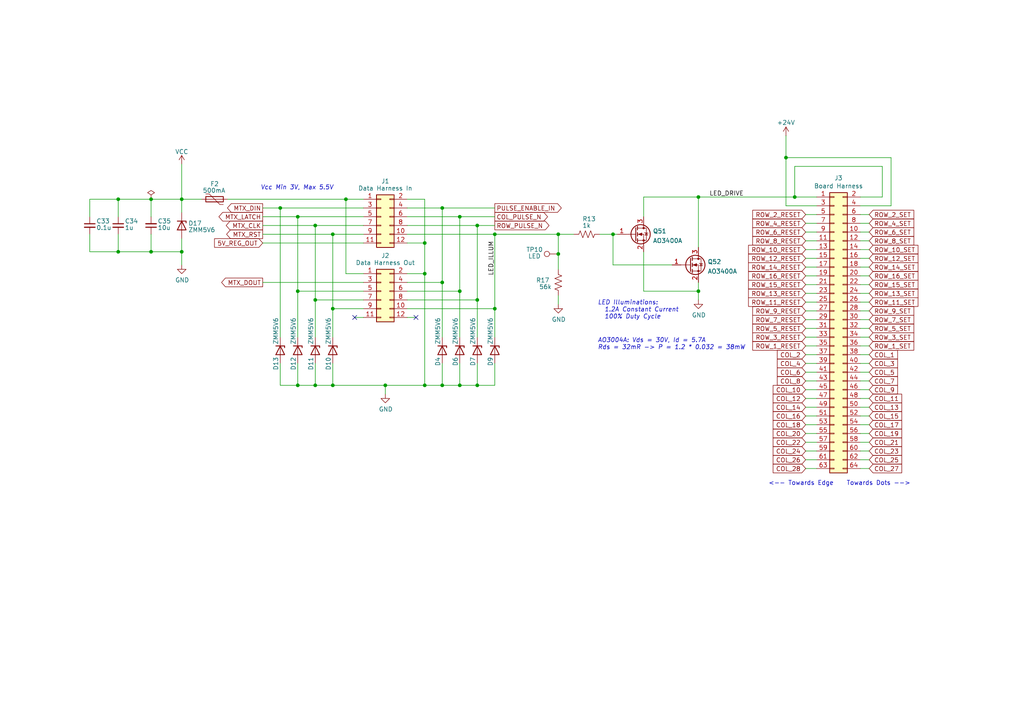
<source format=kicad_sch>
(kicad_sch (version 20211123) (generator eeschema)
  (paper "A4")
  (title_block (title "Luminator MAX3000 Custom Driver Board") (date "2023-03-21") (rev "E"))
  (lib_symbols
    (symbol "Connector:TestPoint" (pin_numbers hide) (pin_names (offset 0.762) hide)
      (property "Reference" "TP" (at 0 6.858 0))
      (property "Value" "TestPoint" (at 0 5.08 0))
      (symbol "TestPoint_0_1"
        (circle (center 0 3.302) (radius 0.762))
      )
      (symbol "TestPoint_1_1"
        (pin passive line (at 0 0 90) (length 2.54) (name "1") (number "1"))
      )
    )
    (symbol "Connector_Generic:Conn_02x06_Odd_Even" (pin_names (offset 1.016) hide)
      (property "Reference" "J" (at 1.27 7.62 0))
      (property "Value" "Conn_02x06_Odd_Even" (at 1.27 -10.16 0))
      (symbol "Conn_02x06_Odd_Even_1_1"
        (rectangle (start -1.27 -7.493) (end 0 -7.747) (stroke (width 0.1524)))
        (rectangle (start -1.27 -4.953) (end 0 -5.207) (stroke (width 0.1524)))
        (rectangle (start -1.27 -2.413) (end 0 -2.667) (stroke (width 0.1524)))
        (rectangle (start -1.27 0.127) (end 0 -0.127) (stroke (width 0.1524)))
        (rectangle (start -1.27 2.667) (end 0 2.413) (stroke (width 0.1524)))
        (rectangle (start -1.27 5.207) (end 0 4.953) (stroke (width 0.1524)))
        (rectangle (start -1.27 6.35) (end 3.81 -8.89) (stroke (width 0.254)) (fill (type background)))
        (rectangle (start 3.81 -7.493) (end 2.54 -7.747) (stroke (width 0.1524)))
        (rectangle (start 3.81 -4.953) (end 2.54 -5.207) (stroke (width 0.1524)))
        (rectangle (start 3.81 -2.413) (end 2.54 -2.667) (stroke (width 0.1524)))
        (rectangle (start 3.81 0.127) (end 2.54 -0.127) (stroke (width 0.1524)))
        (rectangle (start 3.81 2.667) (end 2.54 2.413) (stroke (width 0.1524)))
        (rectangle (start 3.81 5.207) (end 2.54 4.953) (stroke (width 0.1524)))
        (pin passive line (at -5.08 5.08 0) (length 3.81) (name "Pin_1") (number "1"))
        (pin passive line (at 7.62 -5.08 180) (length 3.81) (name "Pin_10") (number "10"))
        (pin passive line (at -5.08 -7.62 0) (length 3.81) (name "Pin_11") (number "11"))
        (pin passive line (at 7.62 -7.62 180) (length 3.81) (name "Pin_12") (number "12"))
        (pin passive line (at 7.62 5.08 180) (length 3.81) (name "Pin_2") (number "2"))
        (pin passive line (at -5.08 2.54 0) (length 3.81) (name "Pin_3") (number "3"))
        (pin passive line (at 7.62 2.54 180) (length 3.81) (name "Pin_4") (number "4"))
        (pin passive line (at -5.08 0 0) (length 3.81) (name "Pin_5") (number "5"))
        (pin passive line (at 7.62 0 180) (length 3.81) (name "Pin_6") (number "6"))
        (pin passive line (at -5.08 -2.54 0) (length 3.81) (name "Pin_7") (number "7"))
        (pin passive line (at 7.62 -2.54 180) (length 3.81) (name "Pin_8") (number "8"))
        (pin passive line (at -5.08 -5.08 0) (length 3.81) (name "Pin_9") (number "9"))
      )
    )
    (symbol "Connector_Generic:Conn_02x32_Odd_Even" (pin_names (offset 1.016) hide)
      (property "Reference" "J" (at 1.27 40.64 0))
      (property "Value" "Conn_02x32_Odd_Even" (at 1.27 -43.18 0))
      (symbol "Conn_02x32_Odd_Even_1_1"
        (rectangle (start -1.27 -40.513) (end 0 -40.767) (stroke (width 0.1524)))
        (rectangle (start -1.27 -37.973) (end 0 -38.227) (stroke (width 0.1524)))
        (rectangle (start -1.27 -35.433) (end 0 -35.687) (stroke (width 0.1524)))
        (rectangle (start -1.27 -32.893) (end 0 -33.147) (stroke (width 0.1524)))
        (rectangle (start -1.27 -30.353) (end 0 -30.607) (stroke (width 0.1524)))
        (rectangle (start -1.27 -27.813) (end 0 -28.067) (stroke (width 0.1524)))
        (rectangle (start -1.27 -25.273) (end 0 -25.527) (stroke (width 0.1524)))
        (rectangle (start -1.27 -22.733) (end 0 -22.987) (stroke (width 0.1524)))
        (rectangle (start -1.27 -20.193) (end 0 -20.447) (stroke (width 0.1524)))
        (rectangle (start -1.27 -17.653) (end 0 -17.907) (stroke (width 0.1524)))
        (rectangle (start -1.27 -15.113) (end 0 -15.367) (stroke (width 0.1524)))
        (rectangle (start -1.27 -12.573) (end 0 -12.827) (stroke (width 0.1524)))
        (rectangle (start -1.27 -10.033) (end 0 -10.287) (stroke (width 0.1524)))
        (rectangle (start -1.27 -7.493) (end 0 -7.747) (stroke (width 0.1524)))
        (rectangle (start -1.27 -4.953) (end 0 -5.207) (stroke (width 0.1524)))
        (rectangle (start -1.27 -2.413) (end 0 -2.667) (stroke (width 0.1524)))
        (rectangle (start -1.27 0.127) (end 0 -0.127) (stroke (width 0.1524)))
        (rectangle (start -1.27 2.667) (end 0 2.413) (stroke (width 0.1524)))
        (rectangle (start -1.27 5.207) (end 0 4.953) (stroke (width 0.1524)))
        (rectangle (start -1.27 7.747) (end 0 7.493) (stroke (width 0.1524)))
        (rectangle (start -1.27 10.287) (end 0 10.033) (stroke (width 0.1524)))
        (rectangle (start -1.27 12.827) (end 0 12.573) (stroke (width 0.1524)))
        (rectangle (start -1.27 15.367) (end 0 15.113) (stroke (width 0.1524)))
        (rectangle (start -1.27 17.907) (end 0 17.653) (stroke (width 0.1524)))
        (rectangle (start -1.27 20.447) (end 0 20.193) (stroke (width 0.1524)))
        (rectangle (start -1.27 22.987) (end 0 22.733) (stroke (width 0.1524)))
        (rectangle (start -1.27 25.527) (end 0 25.273) (stroke (width 0.1524)))
        (rectangle (start -1.27 28.067) (end 0 27.813) (stroke (width 0.1524)))
        (rectangle (start -1.27 30.607) (end 0 30.353) (stroke (width 0.1524)))
        (rectangle (start -1.27 33.147) (end 0 32.893) (stroke (width 0.1524)))
        (rectangle (start -1.27 35.687) (end 0 35.433) (stroke (width 0.1524)))
        (rectangle (start -1.27 38.227) (end 0 37.973) (stroke (width 0.1524)))
        (rectangle (start -1.27 39.37) (end 3.81 -41.91) (stroke (width 0.254)) (fill (type background)))
        (rectangle (start 3.81 -40.513) (end 2.54 -40.767) (stroke (width 0.1524)))
        (rectangle (start 3.81 -37.973) (end 2.54 -38.227) (stroke (width 0.1524)))
        (rectangle (start 3.81 -35.433) (end 2.54 -35.687) (stroke (width 0.1524)))
        (rectangle (start 3.81 -32.893) (end 2.54 -33.147) (stroke (width 0.1524)))
        (rectangle (start 3.81 -30.353) (end 2.54 -30.607) (stroke (width 0.1524)))
        (rectangle (start 3.81 -27.813) (end 2.54 -28.067) (stroke (width 0.1524)))
        (rectangle (start 3.81 -25.273) (end 2.54 -25.527) (stroke (width 0.1524)))
        (rectangle (start 3.81 -22.733) (end 2.54 -22.987) (stroke (width 0.1524)))
        (rectangle (start 3.81 -20.193) (end 2.54 -20.447) (stroke (width 0.1524)))
        (rectangle (start 3.81 -17.653) (end 2.54 -17.907) (stroke (width 0.1524)))
        (rectangle (start 3.81 -15.113) (end 2.54 -15.367) (stroke (width 0.1524)))
        (rectangle (start 3.81 -12.573) (end 2.54 -12.827) (stroke (width 0.1524)))
        (rectangle (start 3.81 -10.033) (end 2.54 -10.287) (stroke (width 0.1524)))
        (rectangle (start 3.81 -7.493) (end 2.54 -7.747) (stroke (width 0.1524)))
        (rectangle (start 3.81 -4.953) (end 2.54 -5.207) (stroke (width 0.1524)))
        (rectangle (start 3.81 -2.413) (end 2.54 -2.667) (stroke (width 0.1524)))
        (rectangle (start 3.81 0.127) (end 2.54 -0.127) (stroke (width 0.1524)))
        (rectangle (start 3.81 2.667) (end 2.54 2.413) (stroke (width 0.1524)))
        (rectangle (start 3.81 5.207) (end 2.54 4.953) (stroke (width 0.1524)))
        (rectangle (start 3.81 7.747) (end 2.54 7.493) (stroke (width 0.1524)))
        (rectangle (start 3.81 10.287) (end 2.54 10.033) (stroke (width 0.1524)))
        (rectangle (start 3.81 12.827) (end 2.54 12.573) (stroke (width 0.1524)))
        (rectangle (start 3.81 15.367) (end 2.54 15.113) (stroke (width 0.1524)))
        (rectangle (start 3.81 17.907) (end 2.54 17.653) (stroke (width 0.1524)))
        (rectangle (start 3.81 20.447) (end 2.54 20.193) (stroke (width 0.1524)))
        (rectangle (start 3.81 22.987) (end 2.54 22.733) (stroke (width 0.1524)))
        (rectangle (start 3.81 25.527) (end 2.54 25.273) (stroke (width 0.1524)))
        (rectangle (start 3.81 28.067) (end 2.54 27.813) (stroke (width 0.1524)))
        (rectangle (start 3.81 30.607) (end 2.54 30.353) (stroke (width 0.1524)))
        (rectangle (start 3.81 33.147) (end 2.54 32.893) (stroke (width 0.1524)))
        (rectangle (start 3.81 35.687) (end 2.54 35.433) (stroke (width 0.1524)))
        (rectangle (start 3.81 38.227) (end 2.54 37.973) (stroke (width 0.1524)))
        (pin passive line (at -5.08 38.1 0) (length 3.81) (name "Pin_1") (number "1"))
        (pin passive line (at 7.62 27.94 180) (length 3.81) (name "Pin_10") (number "10"))
        (pin passive line (at -5.08 25.4 0) (length 3.81) (name "Pin_11") (number "11"))
        (pin passive line (at 7.62 25.4 180) (length 3.81) (name "Pin_12") (number "12"))
        (pin passive line (at -5.08 22.86 0) (length 3.81) (name "Pin_13") (number "13"))
        (pin passive line (at 7.62 22.86 180) (length 3.81) (name "Pin_14") (number "14"))
        (pin passive line (at -5.08 20.32 0) (length 3.81) (name "Pin_15") (number "15"))
        (pin passive line (at 7.62 20.32 180) (length 3.81) (name "Pin_16") (number "16"))
        (pin passive line (at -5.08 17.78 0) (length 3.81) (name "Pin_17") (number "17"))
        (pin passive line (at 7.62 17.78 180) (length 3.81) (name "Pin_18") (number "18"))
        (pin passive line (at -5.08 15.24 0) (length 3.81) (name "Pin_19") (number "19"))
        (pin passive line (at 7.62 38.1 180) (length 3.81) (name "Pin_2") (number "2"))
        (pin passive line (at 7.62 15.24 180) (length 3.81) (name "Pin_20") (number "20"))
        (pin passive line (at -5.08 12.7 0) (length 3.81) (name "Pin_21") (number "21"))
        (pin passive line (at 7.62 12.7 180) (length 3.81) (name "Pin_22") (number "22"))
        (pin passive line (at -5.08 10.16 0) (length 3.81) (name "Pin_23") (number "23"))
        (pin passive line (at 7.62 10.16 180) (length 3.81) (name "Pin_24") (number "24"))
        (pin passive line (at -5.08 7.62 0) (length 3.81) (name "Pin_25") (number "25"))
        (pin passive line (at 7.62 7.62 180) (length 3.81) (name "Pin_26") (number "26"))
        (pin passive line (at -5.08 5.08 0) (length 3.81) (name "Pin_27") (number "27"))
        (pin passive line (at 7.62 5.08 180) (length 3.81) (name "Pin_28") (number "28"))
        (pin passive line (at -5.08 2.54 0) (length 3.81) (name "Pin_29") (number "29"))
        (pin passive line (at -5.08 35.56 0) (length 3.81) (name "Pin_3") (number "3"))
        (pin passive line (at 7.62 2.54 180) (length 3.81) (name "Pin_30") (number "30"))
        (pin passive line (at -5.08 0 0) (length 3.81) (name "Pin_31") (number "31"))
        (pin passive line (at 7.62 0 180) (length 3.81) (name "Pin_32") (number "32"))
        (pin passive line (at -5.08 -2.54 0) (length 3.81) (name "Pin_33") (number "33"))
        (pin passive line (at 7.62 -2.54 180) (length 3.81) (name "Pin_34") (number "34"))
        (pin passive line (at -5.08 -5.08 0) (length 3.81) (name "Pin_35") (number "35"))
        (pin passive line (at 7.62 -5.08 180) (length 3.81) (name "Pin_36") (number "36"))
        (pin passive line (at -5.08 -7.62 0) (length 3.81) (name "Pin_37") (number "37"))
        (pin passive line (at 7.62 -7.62 180) (length 3.81) (name "Pin_38") (number "38"))
        (pin passive line (at -5.08 -10.16 0) (length 3.81) (name "Pin_39") (number "39"))
        (pin passive line (at 7.62 35.56 180) (length 3.81) (name "Pin_4") (number "4"))
        (pin passive line (at 7.62 -10.16 180) (length 3.81) (name "Pin_40") (number "40"))
        (pin passive line (at -5.08 -12.7 0) (length 3.81) (name "Pin_41") (number "41"))
        (pin passive line (at 7.62 -12.7 180) (length 3.81) (name "Pin_42") (number "42"))
        (pin passive line (at -5.08 -15.24 0) (length 3.81) (name "Pin_43") (number "43"))
        (pin passive line (at 7.62 -15.24 180) (length 3.81) (name "Pin_44") (number "44"))
        (pin passive line (at -5.08 -17.78 0) (length 3.81) (name "Pin_45") (number "45"))
        (pin passive line (at 7.62 -17.78 180) (length 3.81) (name "Pin_46") (number "46"))
        (pin passive line (at -5.08 -20.32 0) (length 3.81) (name "Pin_47") (number "47"))
        (pin passive line (at 7.62 -20.32 180) (length 3.81) (name "Pin_48") (number "48"))
        (pin passive line (at -5.08 -22.86 0) (length 3.81) (name "Pin_49") (number "49"))
        (pin passive line (at -5.08 33.02 0) (length 3.81) (name "Pin_5") (number "5"))
        (pin passive line (at 7.62 -22.86 180) (length 3.81) (name "Pin_50") (number "50"))
        (pin passive line (at -5.08 -25.4 0) (length 3.81) (name "Pin_51") (number "51"))
        (pin passive line (at 7.62 -25.4 180) (length 3.81) (name "Pin_52") (number "52"))
        (pin passive line (at -5.08 -27.94 0) (length 3.81) (name "Pin_53") (number "53"))
        (pin passive line (at 7.62 -27.94 180) (length 3.81) (name "Pin_54") (number "54"))
        (pin passive line (at -5.08 -30.48 0) (length 3.81) (name "Pin_55") (number "55"))
        (pin passive line (at 7.62 -30.48 180) (length 3.81) (name "Pin_56") (number "56"))
        (pin passive line (at -5.08 -33.02 0) (length 3.81) (name "Pin_57") (number "57"))
        (pin passive line (at 7.62 -33.02 180) (length 3.81) (name "Pin_58") (number "58"))
        (pin passive line (at -5.08 -35.56 0) (length 3.81) (name "Pin_59") (number "59"))
        (pin passive line (at 7.62 33.02 180) (length 3.81) (name "Pin_6") (number "6"))
        (pin passive line (at 7.62 -35.56 180) (length 3.81) (name "Pin_60") (number "60"))
        (pin passive line (at -5.08 -38.1 0) (length 3.81) (name "Pin_61") (number "61"))
        (pin passive line (at 7.62 -38.1 180) (length 3.81) (name "Pin_62") (number "62"))
        (pin passive line (at -5.08 -40.64 0) (length 3.81) (name "Pin_63") (number "63"))
        (pin passive line (at 7.62 -40.64 180) (length 3.81) (name "Pin_64") (number "64"))
        (pin passive line (at -5.08 30.48 0) (length 3.81) (name "Pin_7") (number "7"))
        (pin passive line (at 7.62 30.48 180) (length 3.81) (name "Pin_8") (number "8"))
        (pin passive line (at -5.08 27.94 0) (length 3.81) (name "Pin_9") (number "9"))
      )
    )
    (symbol "Device:C_Small" (pin_numbers hide) (pin_names (offset 0.254) hide)
      (property "Reference" "C" (at 0.254 1.778 0))
      (property "Value" "C_Small" (at 0.254 -2.032 0))
      (symbol "C_Small_0_1"
        (polyline (pts (xy -1.524 -0.508) (xy 1.524 -0.508)) (stroke (width 0.3302)))
        (polyline (pts (xy -1.524 0.508) (xy 1.524 0.508)) (stroke (width 0.3048)))
      )
      (symbol "C_Small_1_1"
        (pin passive line (at 0 2.54 270) (length 2.032) (name "~") (number "1"))
        (pin passive line (at 0 -2.54 90) (length 2.032) (name "~") (number "2"))
      )
    )
    (symbol "Device:Polyfuse" (pin_numbers hide) (pin_names (offset 0))
      (property "Reference" "F" (at -2.54 0 90))
      (property "Value" "Polyfuse" (at 2.54 0 90))
      (symbol "Polyfuse_0_1"
        (rectangle (start -0.762 2.54) (end 0.762 -2.54) (stroke (width 0.254)))
        (polyline (pts (xy 0 2.54) (xy 0 -2.54)))
        (polyline (pts (xy -1.524 2.54) (xy -1.524 1.524) (xy 1.524 -1.524) (xy 1.524 -2.54)))
      )
      (symbol "Polyfuse_1_1"
        (pin passive line (at 0 3.81 270) (length 1.27) (name "~") (number "1"))
        (pin passive line (at 0 -3.81 90) (length 1.27) (name "~") (number "2"))
      )
    )
    (symbol "Device:R_US" (pin_numbers hide) (pin_names (offset 0))
      (property "Reference" "R" (at 2.54 0 90))
      (property "Value" "R_US" (at -2.54 0 90))
      (symbol "R_US_0_1"
        (polyline (pts (xy 0 -2.286) (xy 0 -2.54)))
        (polyline (pts (xy 0 2.286) (xy 0 2.54)))
        (polyline (pts (xy 0 -0.762) (xy 1.016 -1.143) (xy 0 -1.524) (xy -1.016 -1.905) (xy 0 -2.286)))
        (polyline (pts (xy 0 0.762) (xy 1.016 0.381) (xy 0 0) (xy -1.016 -0.381) (xy 0 -0.762)))
        (polyline (pts (xy 0 2.286) (xy 1.016 1.905) (xy 0 1.524) (xy -1.016 1.143) (xy 0 0.762)))
      )
      (symbol "R_US_1_1"
        (pin passive line (at 0 3.81 270) (length 1.27) (name "~") (number "1"))
        (pin passive line (at 0 -3.81 90) (length 1.27) (name "~") (number "2"))
      )
    )
    (symbol "Diode:ZMMxx" (pin_numbers hide) (pin_names (offset 1.016) hide)
      (property "Reference" "D" (at 0 2.54 0))
      (property "Value" "ZMMxx" (at 0 -2.54 0))
      (symbol "ZMMxx_0_1"
        (polyline (pts (xy 1.27 0) (xy -1.27 0)))
        (polyline (pts (xy -1.27 -1.27) (xy -1.27 1.27) (xy -0.762 1.27)) (stroke (width 0.254)))
        (polyline (pts (xy 1.27 -1.27) (xy 1.27 1.27) (xy -1.27 0) (xy 1.27 -1.27)) (stroke (width 0.254)))
      )
      (symbol "ZMMxx_1_1"
        (pin passive line (at -3.81 0 0) (length 2.54) (name "K") (number "1"))
        (pin passive line (at 3.81 0 180) (length 2.54) (name "A") (number "2"))
      )
    )
    (symbol "Transistor_FET:BSS138" (pin_names hide)
      (property "Reference" "Q" (at 5.08 1.905 0))
      (property "Value" "BSS138" (at 5.08 0 0))
      (symbol "BSS138_0_1"
        (polyline (pts (xy 0.254 0) (xy -2.54 0)))
        (polyline (pts (xy 0.254 1.905) (xy 0.254 -1.905)) (stroke (width 0.254)))
        (polyline (pts (xy 0.762 -1.27) (xy 0.762 -2.286)) (stroke (width 0.254)))
        (polyline (pts (xy 0.762 0.508) (xy 0.762 -0.508)) (stroke (width 0.254)))
        (polyline (pts (xy 0.762 2.286) (xy 0.762 1.27)) (stroke (width 0.254)))
        (polyline (pts (xy 2.54 2.54) (xy 2.54 1.778)))
        (polyline (pts (xy 2.54 -2.54) (xy 2.54 0) (xy 0.762 0)))
        (polyline (pts (xy 0.762 -1.778) (xy 3.302 -1.778) (xy 3.302 1.778) (xy 0.762 1.778)))
        (polyline (pts (xy 1.016 0) (xy 2.032 0.381) (xy 2.032 -0.381) (xy 1.016 0)) (fill (type outline)))
        (polyline (pts (xy 2.794 0.508) (xy 2.921 0.381) (xy 3.683 0.381) (xy 3.81 0.254)))
        (polyline (pts (xy 3.302 0.381) (xy 2.921 -0.254) (xy 3.683 -0.254) (xy 3.302 0.381)))
        (circle (center 1.651 0) (radius 2.794) (stroke (width 0.254)))
        (circle (center 2.54 -1.778) (radius 0.254) (fill (type outline)))
        (circle (center 2.54 1.778) (radius 0.254) (fill (type outline)))
      )
      (symbol "BSS138_1_1"
        (pin input line (at -5.08 0 0) (length 2.54) (name "G") (number "1"))
        (pin passive line (at 2.54 -5.08 90) (length 2.54) (name "S") (number "2"))
        (pin passive line (at 2.54 5.08 270) (length 2.54) (name "D") (number "3"))
      )
    )
    (symbol "power:+24V" (power) (pin_names (offset 0))
      (property "Value" "+24V" (at 0 3.556 0))
      (symbol "+24V_0_1"
        (polyline (pts (xy -0.762 1.27) (xy 0 2.54)))
        (polyline (pts (xy 0 0) (xy 0 2.54)))
        (polyline (pts (xy 0 2.54) (xy 0.762 1.27)))
      )
      (symbol "+24V_1_1"
        (pin power_in line (at 0 0 90) (length 0) hide (name "+24V") (number "1"))
      )
    )
    (symbol "power:GND" (power) (pin_names (offset 0))
      (property "Value" "GND" (at 0 -3.81 0))
      (symbol "GND_0_1"
        (polyline (pts (xy 0 0) (xy 0 -1.27) (xy 1.27 -1.27) (xy 0 -2.54) (xy -1.27 -1.27) (xy 0 -1.27)))
      )
      (symbol "GND_1_1"
        (pin power_in line (at 0 0 270) (length 0) hide (name "GND") (number "1"))
      )
    )
    (symbol "power:PWR_FLAG" (power) (pin_numbers hide) (pin_names (offset 0) hide)
      (property "Value" "PWR_FLAG" (at 0 3.81 0))
      (symbol "PWR_FLAG_0_0"
        (pin power_out line (at 0 0 90) (length 0) (name "pwr") (number "1"))
      )
      (symbol "PWR_FLAG_0_1"
        (polyline (pts (xy 0 0) (xy 0 1.27) (xy -1.016 1.905) (xy 0 2.54) (xy 1.016 1.905) (xy 0 1.27)))
      )
    )
    (symbol "power:VCC" (power) (pin_names (offset 0))
      (property "Value" "VCC" (at 0 3.81 0))
      (symbol "VCC_0_1"
        (polyline (pts (xy -0.762 1.27) (xy 0 2.54)))
        (polyline (pts (xy 0 0) (xy 0 2.54)))
        (polyline (pts (xy 0 2.54) (xy 0.762 1.27)))
      )
      (symbol "VCC_1_1"
        (pin power_in line (at 0 0 90) (length 0) hide (name "VCC") (number "1"))
      )
    )
  )
  (junction (at 91.44 65.405))
  (junction (at 138.43 111.76))
  (junction (at 43.815 57.785))
  (junction (at 143.51 67.945))
  (junction (at 100.33 57.785))
  (junction (at 34.29 73.025))
  (junction (at 86.36 84.455))
  (junction (at 91.44 86.995))
  (junction (at 52.705 73.025))
  (junction (at 91.44 111.76))
  (junction (at 133.35 84.455))
  (junction (at 128.27 60.325))
  (junction (at 128.27 111.76))
  (junction (at 123.19 111.76))
  (junction (at 96.52 111.76))
  (junction (at 123.19 70.485))
  (junction (at 161.925 67.945))
  (junction (at 34.29 57.785))
  (junction (at 123.19 79.375))
  (junction (at 96.52 67.945))
  (junction (at 133.35 62.865))
  (junction (at 138.43 86.995))
  (junction (at 81.28 60.325))
  (junction (at 202.565 57.15))
  (junction (at 96.52 89.535))
  (junction (at 86.36 62.865))
  (junction (at 133.35 111.76))
  (junction (at 143.51 89.535))
  (junction (at 202.565 84.455))
  (junction (at 111.76 111.76))
  (junction (at 177.8 67.945))
  (junction (at 86.36 111.76))
  (junction (at 52.705 57.785))
  (junction (at 138.43 65.405))
  (junction (at 230.505 57.15))
  (junction (at 43.815 73.025))
  (junction (at 227.965 45.72))
  (junction (at 161.925 73.66))
  (junction (at 128.27 81.915))
  (no_connect (at 120.65 92.075))
  (no_connect (at 102.87 92.075))
  (wire (pts (xy 52.705 47.625) (xy 52.705 57.785)))
  (wire (pts (xy 252.095 74.93) (xy 249.555 74.93)))
  (wire (pts (xy 143.51 67.945) (xy 143.51 89.535)))
  (wire (pts (xy 252.095 100.33) (xy 249.555 100.33)))
  (wire (pts (xy 86.36 111.76) (xy 86.36 105.41)))
  (wire (pts (xy 230.505 57.15) (xy 236.855 57.15)))
  (wire (pts (xy 111.76 111.76) (xy 123.19 111.76)))
  (wire (pts (xy 252.095 130.81) (xy 249.555 130.81)))
  (wire (pts (xy 252.095 95.25) (xy 249.555 95.25)))
  (wire (pts (xy 252.095 110.49) (xy 249.555 110.49)))
  (wire (pts (xy 96.52 89.535) (xy 105.41 89.535)))
  (wire (pts (xy 186.69 73.025) (xy 186.69 84.455)))
  (wire (pts (xy 76.2 67.945) (xy 96.52 67.945)))
  (wire (pts (xy 233.68 74.93) (xy 236.855 74.93)))
  (wire (pts (xy 173.99 67.945) (xy 177.8 67.945)))
  (wire (pts (xy 252.095 62.23) (xy 249.555 62.23)))
  (wire (pts (xy 91.44 86.995) (xy 105.41 86.995)))
  (wire (pts (xy 76.2 81.915) (xy 105.41 81.915)))
  (wire (pts (xy 233.68 123.19) (xy 236.855 123.19)))
  (wire (pts (xy 233.68 90.17) (xy 236.855 90.17)))
  (wire (pts (xy 86.36 84.455) (xy 86.36 97.79)))
  (wire (pts (xy 233.68 72.39) (xy 236.855 72.39)))
  (wire (pts (xy 252.095 64.77) (xy 249.555 64.77)))
  (wire (pts (xy 233.68 87.63) (xy 236.855 87.63)))
  (wire (pts (xy 252.095 87.63) (xy 249.555 87.63)))
  (wire (pts (xy 252.095 67.31) (xy 249.555 67.31)))
  (wire (pts (xy 252.095 90.17) (xy 249.555 90.17)))
  (wire (pts (xy 86.36 62.865) (xy 86.36 84.455)))
  (wire (pts (xy 143.51 62.865) (xy 133.35 62.865)))
  (wire (pts (xy 133.35 84.455) (xy 118.11 84.455)))
  (wire (pts (xy 252.095 69.85) (xy 249.555 69.85)))
  (wire (pts (xy 255.905 48.26) (xy 230.505 48.26)))
  (wire (pts (xy 96.52 111.76) (xy 96.52 105.41)))
  (wire (pts (xy 177.8 67.945) (xy 177.8 76.835)))
  (wire (pts (xy 233.68 102.87) (xy 236.855 102.87)))
  (wire (pts (xy 138.43 86.995) (xy 118.11 86.995)))
  (wire (pts (xy 100.33 79.375) (xy 105.41 79.375)))
  (wire (pts (xy 227.965 39.37) (xy 227.965 45.72)))
  (wire (pts (xy 118.11 89.535) (xy 143.51 89.535)))
  (wire (pts (xy 252.095 80.01) (xy 249.555 80.01)))
  (wire (pts (xy 43.815 57.785) (xy 34.29 57.785)))
  (wire (pts (xy 91.44 65.405) (xy 105.41 65.405)))
  (wire (pts (xy 252.095 105.41) (xy 249.555 105.41)))
  (wire (pts (xy 26.035 57.785) (xy 26.035 62.865)))
  (wire (pts (xy 76.2 65.405) (xy 91.44 65.405)))
  (wire (pts (xy 100.33 57.785) (xy 105.41 57.785)))
  (wire (pts (xy 81.28 111.76) (xy 86.36 111.76)))
  (wire (pts (xy 96.52 89.535) (xy 96.52 97.79)))
  (wire (pts (xy 252.095 128.27) (xy 249.555 128.27)))
  (wire (pts (xy 91.44 111.76) (xy 96.52 111.76)))
  (wire (pts (xy 233.68 95.25) (xy 236.855 95.25)))
  (wire (pts (xy 66.04 57.785) (xy 100.33 57.785)))
  (wire (pts (xy 186.69 57.15) (xy 202.565 57.15)))
  (wire (pts (xy 100.33 57.785) (xy 100.33 79.375)))
  (wire (pts (xy 138.43 65.405) (xy 138.43 86.995)))
  (wire (pts (xy 81.28 111.76) (xy 81.28 105.41)))
  (wire (pts (xy 133.35 111.76) (xy 138.43 111.76)))
  (wire (pts (xy 118.11 67.945) (xy 143.51 67.945)))
  (wire (pts (xy 233.68 100.33) (xy 236.855 100.33)))
  (wire (pts (xy 81.28 60.325) (xy 105.41 60.325)))
  (wire (pts (xy 252.095 97.79) (xy 249.555 97.79)))
  (wire (pts (xy 138.43 86.995) (xy 138.43 97.79)))
  (wire (pts (xy 43.815 57.785) (xy 52.705 57.785)))
  (wire (pts (xy 252.095 82.55) (xy 249.555 82.55)))
  (wire (pts (xy 143.51 65.405) (xy 138.43 65.405)))
  (wire (pts (xy 76.2 62.865) (xy 86.36 62.865)))
  (wire (pts (xy 123.19 111.76) (xy 128.27 111.76)))
  (wire (pts (xy 123.19 79.375) (xy 123.19 111.76)))
  (wire (pts (xy 252.095 85.09) (xy 249.555 85.09)))
  (wire (pts (xy 252.095 118.11) (xy 249.555 118.11)))
  (wire (pts (xy 233.68 110.49) (xy 236.855 110.49)))
  (wire (pts (xy 233.68 118.11) (xy 236.855 118.11)))
  (wire (pts (xy 233.68 128.27) (xy 236.855 128.27)))
  (wire (pts (xy 96.52 67.945) (xy 96.52 89.535)))
  (wire (pts (xy 233.68 107.95) (xy 236.855 107.95)))
  (wire (pts (xy 252.095 113.03) (xy 249.555 113.03)))
  (wire (pts (xy 76.2 70.485) (xy 105.41 70.485)))
  (wire (pts (xy 111.76 111.76) (xy 111.76 114.3)))
  (wire (pts (xy 43.815 73.025) (xy 34.29 73.025)))
  (wire (pts (xy 227.965 59.69) (xy 236.855 59.69)))
  (wire (pts (xy 177.8 76.835) (xy 194.945 76.835)))
  (wire (pts (xy 133.35 62.865) (xy 133.35 84.455)))
  (wire (pts (xy 76.2 60.325) (xy 81.28 60.325)))
  (wire (pts (xy 252.095 72.39) (xy 249.555 72.39)))
  (wire (pts (xy 52.705 57.785) (xy 52.705 61.595)))
  (wire (pts (xy 230.505 48.26) (xy 230.505 57.15)))
  (wire (pts (xy 161.925 67.945) (xy 166.37 67.945)))
  (wire (pts (xy 258.445 45.72) (xy 258.445 59.69)))
  (wire (pts (xy 133.35 105.41) (xy 133.35 111.76)))
  (wire (pts (xy 86.36 111.76) (xy 91.44 111.76)))
  (wire (pts (xy 233.68 113.03) (xy 236.855 113.03)))
  (wire (pts (xy 138.43 111.76) (xy 143.51 111.76)))
  (wire (pts (xy 128.27 81.915) (xy 118.11 81.915)))
  (wire (pts (xy 233.68 133.35) (xy 236.855 133.35)))
  (wire (pts (xy 252.095 125.73) (xy 249.555 125.73)))
  (wire (pts (xy 128.27 111.76) (xy 133.35 111.76)))
  (wire (pts (xy 34.29 57.785) (xy 26.035 57.785)))
  (wire (pts (xy 120.65 92.075) (xy 118.11 92.075)))
  (wire (pts (xy 233.68 105.41) (xy 236.855 105.41)))
  (wire (pts (xy 252.095 102.87) (xy 249.555 102.87)))
  (wire (pts (xy 202.565 81.915) (xy 202.565 84.455)))
  (wire (pts (xy 233.68 85.09) (xy 236.855 85.09)))
  (wire (pts (xy 233.68 62.23) (xy 236.855 62.23)))
  (wire (pts (xy 43.815 73.025) (xy 52.705 73.025)))
  (wire (pts (xy 34.29 67.945) (xy 34.29 73.025)))
  (wire (pts (xy 249.555 57.15) (xy 255.905 57.15)))
  (wire (pts (xy 233.68 64.77) (xy 236.855 64.77)))
  (wire (pts (xy 233.68 67.31) (xy 236.855 67.31)))
  (wire (pts (xy 233.68 80.01) (xy 236.855 80.01)))
  (wire (pts (xy 128.27 81.915) (xy 128.27 97.79)))
  (wire (pts (xy 123.19 79.375) (xy 123.19 70.485)))
  (wire (pts (xy 91.44 111.76) (xy 91.44 105.41)))
  (wire (pts (xy 43.815 67.945) (xy 43.815 73.025)))
  (wire (pts (xy 255.905 57.15) (xy 255.905 48.26)))
  (wire (pts (xy 252.095 115.57) (xy 249.555 115.57)))
  (wire (pts (xy 252.095 77.47) (xy 249.555 77.47)))
  (wire (pts (xy 91.44 86.995) (xy 91.44 97.79)))
  (wire (pts (xy 252.095 92.71) (xy 249.555 92.71)))
  (wire (pts (xy 177.8 67.945) (xy 179.07 67.945)))
  (wire (pts (xy 118.11 70.485) (xy 123.19 70.485)))
  (wire (pts (xy 128.27 60.325) (xy 118.11 60.325)))
  (wire (pts (xy 52.705 57.785) (xy 58.42 57.785)))
  (wire (pts (xy 26.035 73.025) (xy 26.035 67.945)))
  (wire (pts (xy 128.27 60.325) (xy 128.27 81.915)))
  (wire (pts (xy 252.095 107.95) (xy 249.555 107.95)))
  (wire (pts (xy 233.68 82.55) (xy 236.855 82.55)))
  (wire (pts (xy 233.68 97.79) (xy 236.855 97.79)))
  (wire (pts (xy 123.19 57.785) (xy 123.19 70.485)))
  (wire (pts (xy 143.51 67.945) (xy 161.925 67.945)))
  (wire (pts (xy 133.35 62.865) (xy 118.11 62.865)))
  (wire (pts (xy 186.69 84.455) (xy 202.565 84.455)))
  (wire (pts (xy 252.095 135.89) (xy 249.555 135.89)))
  (wire (pts (xy 202.565 57.15) (xy 230.505 57.15)))
  (wire (pts (xy 91.44 65.405) (xy 91.44 86.995)))
  (wire (pts (xy 81.28 60.325) (xy 81.28 97.79)))
  (wire (pts (xy 86.36 84.455) (xy 105.41 84.455)))
  (wire (pts (xy 233.68 69.85) (xy 236.855 69.85)))
  (wire (pts (xy 249.555 59.69) (xy 258.445 59.69)))
  (wire (pts (xy 186.69 57.15) (xy 186.69 62.865)))
  (wire (pts (xy 233.68 115.57) (xy 236.855 115.57)))
  (wire (pts (xy 52.705 73.025) (xy 52.705 76.835)))
  (wire (pts (xy 102.87 92.075) (xy 105.41 92.075)))
  (wire (pts (xy 143.51 89.535) (xy 143.51 97.79)))
  (wire (pts (xy 133.35 84.455) (xy 133.35 97.79)))
  (wire (pts (xy 43.815 57.785) (xy 43.815 62.865)))
  (wire (pts (xy 233.68 120.65) (xy 236.855 120.65)))
  (wire (pts (xy 252.095 120.65) (xy 249.555 120.65)))
  (wire (pts (xy 138.43 105.41) (xy 138.43 111.76)))
  (wire (pts (xy 161.925 67.945) (xy 161.925 73.66)))
  (wire (pts (xy 128.27 105.41) (xy 128.27 111.76)))
  (wire (pts (xy 52.705 69.215) (xy 52.705 73.025)))
  (wire (pts (xy 227.965 45.72) (xy 227.965 59.69)))
  (wire (pts (xy 233.68 92.71) (xy 236.855 92.71)))
  (wire (pts (xy 34.29 57.785) (xy 34.29 62.865)))
  (wire (pts (xy 143.51 105.41) (xy 143.51 111.76)))
  (wire (pts (xy 233.68 77.47) (xy 236.855 77.47)))
  (wire (pts (xy 86.36 62.865) (xy 105.41 62.865)))
  (wire (pts (xy 202.565 57.15) (xy 202.565 71.755)))
  (wire (pts (xy 258.445 45.72) (xy 227.965 45.72)))
  (wire (pts (xy 233.68 130.81) (xy 236.855 130.81)))
  (wire (pts (xy 252.095 123.19) (xy 249.555 123.19)))
  (wire (pts (xy 96.52 111.76) (xy 111.76 111.76)))
  (wire (pts (xy 161.925 88.265) (xy 161.925 85.725)))
  (wire (pts (xy 118.11 79.375) (xy 123.19 79.375)))
  (wire (pts (xy 161.925 78.105) (xy 161.925 73.66)))
  (wire (pts (xy 118.11 57.785) (xy 123.19 57.785)))
  (wire (pts (xy 233.68 125.73) (xy 236.855 125.73)))
  (wire (pts (xy 233.68 135.89) (xy 236.855 135.89)))
  (wire (pts (xy 143.51 60.325) (xy 128.27 60.325)))
  (wire (pts (xy 96.52 67.945) (xy 105.41 67.945)))
  (wire (pts (xy 138.43 65.405) (xy 118.11 65.405)))
  (wire (pts (xy 34.29 73.025) (xy 26.035 73.025)))
  (wire (pts (xy 252.095 133.35) (xy 249.555 133.35)))
  (wire (pts (xy 202.565 84.455) (xy 202.565 86.995)))
  (text "AO3004A: Vds = 30V, Id = 5.7A\nRds = 32mR -> P = 1.2 * 0.032 = 38mW\n" (at 173.355 101.6 0) (effects (font (size 1.27 1.27) italic) (justify left bottom)))
  (text "LED Illuminations:\n  1.2A Constant Current\n  100% Duty Cycle" (at 173.355 92.71 0) (effects (font (size 1.27 1.27) italic) (justify left bottom)))
  (text "Vcc Min 3V, Max 5.5V" (at 75.565 55.245 0) (effects (font (size 1.27 1.27) italic) (justify left bottom)))
  (text "<-- Towards Edge    Towards Dots -->" (at 222.885 140.97 0) (effects (font (size 1.27 1.27)) (justify left bottom)))
  (label "LED_DRIVE" (at 205.74 57.15 0))
  (label "LED_ILLUM" (at 143.51 69.85 270))
  (global_label "COL_5" (shape input) (at 252.095 107.95 0) (property "Intersheet References" "${INTERSHEET_REFS}" (effects hide)))
  (global_label "COL_24" (shape input) (at 233.68 130.81 180) (property "Intersheet References" "${INTERSHEET_REFS}" (effects hide)))
  (global_label "MTX_LATCH" (shape output) (at 76.2 62.865 180) (property "Intersheet References" "${INTERSHEET_REFS}" (effects hide)))
  (global_label "ROW_11_SET" (shape input) (at 252.095 87.63 0) (property "Intersheet References" "${INTERSHEET_REFS}" (effects hide)))
  (global_label "ROW_8_SET" (shape input) (at 252.095 69.85 0) (property "Intersheet References" "${INTERSHEET_REFS}" (effects hide)))
  (global_label "COL_2" (shape input) (at 233.68 102.87 180) (property "Intersheet References" "${INTERSHEET_REFS}" (effects hide)))
  (global_label "ROW_7_RESET" (shape input) (at 233.68 92.71 180) (property "Intersheet References" "${INTERSHEET_REFS}" (effects hide)))
  (global_label "ROW_6_RESET" (shape input) (at 233.68 67.31 180) (property "Intersheet References" "${INTERSHEET_REFS}" (effects hide)))
  (global_label "ROW_7_SET" (shape input) (at 252.095 92.71 0) (property "Intersheet References" "${INTERSHEET_REFS}" (effects hide)))
  (global_label "COL_26" (shape input) (at 233.68 133.35 180) (property "Intersheet References" "${INTERSHEET_REFS}" (effects hide)))
  (global_label "COL_21" (shape input) (at 252.095 128.27 0) (property "Intersheet References" "${INTERSHEET_REFS}" (effects hide)))
  (global_label "ROW_1_SET" (shape input) (at 252.095 100.33 0) (property "Intersheet References" "${INTERSHEET_REFS}" (effects hide)))
  (global_label "ROW_14_SET" (shape input) (at 252.095 77.47 0) (property "Intersheet References" "${INTERSHEET_REFS}" (effects hide)))
  (global_label "COL_17" (shape input) (at 252.095 123.19 0) (property "Intersheet References" "${INTERSHEET_REFS}" (effects hide)))
  (global_label "COL_20" (shape input) (at 233.68 125.73 180) (property "Intersheet References" "${INTERSHEET_REFS}" (effects hide)))
  (global_label "ROW_10_SET" (shape input) (at 252.095 72.39 0) (property "Intersheet References" "${INTERSHEET_REFS}" (effects hide)))
  (global_label "COL_18" (shape input) (at 233.68 123.19 180) (property "Intersheet References" "${INTERSHEET_REFS}" (effects hide)))
  (global_label "ROW_1_RESET" (shape input) (at 233.68 100.33 180) (property "Intersheet References" "${INTERSHEET_REFS}" (effects hide)))
  (global_label "ROW_2_SET" (shape input) (at 252.095 62.23 0) (property "Intersheet References" "${INTERSHEET_REFS}" (effects hide)))
  (global_label "ROW_6_SET" (shape input) (at 252.095 67.31 0) (property "Intersheet References" "${INTERSHEET_REFS}" (effects hide)))
  (global_label "MTX_DOUT" (shape output) (at 76.2 81.915 180) (property "Intersheet References" "${INTERSHEET_REFS}" (effects hide)))
  (global_label "COL_14" (shape input) (at 233.68 118.11 180) (property "Intersheet References" "${INTERSHEET_REFS}" (effects hide)))
  (global_label "COL_15" (shape input) (at 252.095 120.65 0) (property "Intersheet References" "${INTERSHEET_REFS}" (effects hide)))
  (global_label "COL_7" (shape input) (at 252.095 110.49 0) (property "Intersheet References" "${INTERSHEET_REFS}" (effects hide)))
  (global_label "COL_PULSE_N" (shape output) (at 143.51 62.865 0) (property "Intersheet References" "${INTERSHEET_REFS}" (effects hide)))
  (global_label "ROW_3_RESET" (shape input) (at 233.68 97.79 180) (property "Intersheet References" "${INTERSHEET_REFS}" (effects hide)))
  (global_label "ROW_15_SET" (shape input) (at 252.095 82.55 0) (property "Intersheet References" "${INTERSHEET_REFS}" (effects hide)))
  (global_label "ROW_13_SET" (shape input) (at 252.095 85.09 0) (property "Intersheet References" "${INTERSHEET_REFS}" (effects hide)))
  (global_label "COL_4" (shape input) (at 233.68 105.41 180) (property "Intersheet References" "${INTERSHEET_REFS}" (effects hide)))
  (global_label "COL_10" (shape input) (at 233.68 113.03 180) (property "Intersheet References" "${INTERSHEET_REFS}" (effects hide)))
  (global_label "COL_6" (shape input) (at 233.68 107.95 180) (property "Intersheet References" "${INTERSHEET_REFS}" (effects hide)))
  (global_label "COL_19" (shape input) (at 252.095 125.73 0) (property "Intersheet References" "${INTERSHEET_REFS}" (effects hide)))
  (global_label "ROW_12_RESET" (shape input) (at 233.68 74.93 180) (property "Intersheet References" "${INTERSHEET_REFS}" (effects hide)))
  (global_label "COL_22" (shape input) (at 233.68 128.27 180) (property "Intersheet References" "${INTERSHEET_REFS}" (effects hide)))
  (global_label "ROW_13_RESET" (shape input) (at 233.68 85.09 180) (property "Intersheet References" "${INTERSHEET_REFS}" (effects hide)))
  (global_label "COL_11" (shape input) (at 252.095 115.57 0) (property "Intersheet References" "${INTERSHEET_REFS}" (effects hide)))
  (global_label "COL_28" (shape input) (at 233.68 135.89 180) (property "Intersheet References" "${INTERSHEET_REFS}" (effects hide)))
  (global_label "ROW_9_RESET" (shape input) (at 233.68 90.17 180) (property "Intersheet References" "${INTERSHEET_REFS}" (effects hide)))
  (global_label "ROW_14_RESET" (shape input) (at 233.68 77.47 180) (property "Intersheet References" "${INTERSHEET_REFS}" (effects hide)))
  (global_label "COL_1" (shape input) (at 252.095 102.87 0) (property "Intersheet References" "${INTERSHEET_REFS}" (effects hide)))
  (global_label "COL_13" (shape input) (at 252.095 118.11 0) (property "Intersheet References" "${INTERSHEET_REFS}" (effects hide)))
  (global_label "ROW_10_RESET" (shape input) (at 233.68 72.39 180) (property "Intersheet References" "${INTERSHEET_REFS}" (effects hide)))
  (global_label "COL_3" (shape input) (at 252.095 105.41 0) (property "Intersheet References" "${INTERSHEET_REFS}" (effects hide)))
  (global_label "ROW_11_RESET" (shape input) (at 233.68 87.63 180) (property "Intersheet References" "${INTERSHEET_REFS}" (effects hide)))
  (global_label "COL_9" (shape input) (at 252.095 113.03 0) (property "Intersheet References" "${INTERSHEET_REFS}" (effects hide)))
  (global_label "PULSE_ENABLE_IN" (shape output) (at 143.51 60.325 0) (property "Intersheet References" "${INTERSHEET_REFS}" (effects hide)))
  (global_label "COL_12" (shape input) (at 233.68 115.57 180) (property "Intersheet References" "${INTERSHEET_REFS}" (effects hide)))
  (global_label "COL_25" (shape input) (at 252.095 133.35 0) (property "Intersheet References" "${INTERSHEET_REFS}" (effects hide)))
  (global_label "ROW_16_SET" (shape input) (at 252.095 80.01 0) (property "Intersheet References" "${INTERSHEET_REFS}" (effects hide)))
  (global_label "ROW_8_RESET" (shape input) (at 233.68 69.85 180) (property "Intersheet References" "${INTERSHEET_REFS}" (effects hide)))
  (global_label "ROW_4_SET" (shape input) (at 252.095 64.77 0) (property "Intersheet References" "${INTERSHEET_REFS}" (effects hide)))
  (global_label "ROW_4_RESET" (shape input) (at 233.68 64.77 180) (property "Intersheet References" "${INTERSHEET_REFS}" (effects hide)))
  (global_label "ROW_3_SET" (shape input) (at 252.095 97.79 0) (property "Intersheet References" "${INTERSHEET_REFS}" (effects hide)))
  (global_label "COL_16" (shape input) (at 233.68 120.65 180) (property "Intersheet References" "${INTERSHEET_REFS}" (effects hide)))
  (global_label "ROW_15_RESET" (shape input) (at 233.68 82.55 180) (property "Intersheet References" "${INTERSHEET_REFS}" (effects hide)))
  (global_label "MTX_CLK" (shape output) (at 76.2 65.405 180) (property "Intersheet References" "${INTERSHEET_REFS}" (effects hide)))
  (global_label "ROW_PULSE_N" (shape output) (at 143.51 65.405 0) (property "Intersheet References" "${INTERSHEET_REFS}" (effects hide)))
  (global_label "5V_REG_OUT" (shape input) (at 76.2 70.485 180) (property "Intersheet References" "${INTERSHEET_REFS}" (effects hide)))
  (global_label "ROW_5_RESET" (shape input) (at 233.68 95.25 180) (property "Intersheet References" "${INTERSHEET_REFS}" (effects hide)))
  (global_label "ROW_2_RESET" (shape input) (at 233.68 62.23 180) (property "Intersheet References" "${INTERSHEET_REFS}" (effects hide)))
  (global_label "ROW_12_SET" (shape input) (at 252.095 74.93 0) (property "Intersheet References" "${INTERSHEET_REFS}" (effects hide)))
  (global_label "MTX_RST" (shape output) (at 76.2 67.945 180) (property "Intersheet References" "${INTERSHEET_REFS}" (effects hide)))
  (global_label "COL_8" (shape input) (at 233.68 110.49 180) (property "Intersheet References" "${INTERSHEET_REFS}" (effects hide)))
  (global_label "COL_23" (shape input) (at 252.095 130.81 0) (property "Intersheet References" "${INTERSHEET_REFS}" (effects hide)))
  (global_label "ROW_9_SET" (shape input) (at 252.095 90.17 0) (property "Intersheet References" "${INTERSHEET_REFS}" (effects hide)))
  (global_label "ROW_16_RESET" (shape input) (at 233.68 80.01 180) (property "Intersheet References" "${INTERSHEET_REFS}" (effects hide)))
  (global_label "MTX_DIN" (shape output) (at 76.2 60.325 180) (property "Intersheet References" "${INTERSHEET_REFS}" (effects hide)))
  (global_label "ROW_5_SET" (shape input) (at 252.095 95.25 0) (property "Intersheet References" "${INTERSHEET_REFS}" (effects hide)))
  (global_label "COL_27" (shape input) (at 252.095 135.89 0) (property "Intersheet References" "${INTERSHEET_REFS}" (effects hide)))
  (symbol (lib_id "Device:C_Small") (at 26.035 65.405 0) (unit 1)
    (property "Reference" "C33" (at 27.94 64.135 0) (effects (justify left)))
    (property "Value" "0.1u" (at 27.94 66.04 0) (effects (justify left)))
    (property "Footprint" "Capacitor_SMD:C_0603_1608Metric" (effects hide))
    (property "LCSC" "C14663" (effects hide))
    (property "Digikey" "311-1344-1-ND" (effects hide))
  )
  (symbol (lib_id "power:GND") (at 161.925 88.265 0) (unit 1)
    (property "Reference" "#PWR043" (effects hide))
    (property "Value" "GND" (at 162.052 92.6592 0))
  )
  (symbol (lib_id "Connector:TestPoint") (at 161.925 73.66 90) (unit 1)
    (property "Reference" "TP10" (at 157.48 72.39 90) (effects (justify left)))
    (property "Value" "LED" (at 156.845 74.295 90) (effects (justify left)))
    (property "Footprint" "TestPoint:TestPoint_Pad_D1.5mm" (effects hide))
  )
  (symbol (lib_id "Diode:ZMMxx") (at 91.44 101.6 270) (unit 1)
    (property "Reference" "D11" (at 90.17 103.505 0) (effects (justify left)))
    (property "Value" "ZMM5V6" (at 90.17 92.075 0) (effects (justify left)))
    (property "Footprint" "Diode_SMD:D_MiniMELF" (effects hide))
    (property "Datasheet" "https://diotec.com/tl_files/diotec/files/pdf/datasheets/zmm1.pdf" (effects hide))
    (property "LCSC" "C8062" (effects hide))
    (property "Digikey" "1727-1888-1-ND" (effects hide))
  )
  (symbol (lib_id "Connector_Generic:Conn_02x06_Odd_Even") (at 110.49 84.455 0) (unit 1)
    (property "Reference" "J2" (at 111.76 74.1385 0))
    (property "Value" "Data Harness Out" (at 111.76 76.2 0))
    (property "Footprint" "Connector_IDC:IDC-Header_2x06_P2.54mm_Vertical" (effects hide))
    (property "Digikey" "2057-BHR-12-VUA-ND" (effects hide))
  )
  (symbol (lib_id "Diode:ZMMxx") (at 143.51 101.6 270) (unit 1)
    (property "Reference" "D9" (at 142.24 103.505 0) (effects (justify left)))
    (property "Value" "ZMM5V6" (at 142.24 92.075 0) (effects (justify left)))
    (property "Footprint" "Diode_SMD:D_MiniMELF" (effects hide))
    (property "Datasheet" "https://diotec.com/tl_files/diotec/files/pdf/datasheets/zmm1.pdf" (effects hide))
    (property "LCSC" "C8062" (effects hide))
    (property "Digikey" "1727-1888-1-ND" (effects hide))
  )
  (symbol (lib_id "Diode:ZMMxx") (at 138.43 101.6 270) (unit 1)
    (property "Reference" "D7" (at 137.16 103.505 0) (effects (justify left)))
    (property "Value" "ZMM5V6" (at 137.16 92.075 0) (effects (justify left)))
    (property "Footprint" "Diode_SMD:D_MiniMELF" (effects hide))
    (property "Datasheet" "https://diotec.com/tl_files/diotec/files/pdf/datasheets/zmm1.pdf" (effects hide))
    (property "LCSC" "C8062" (effects hide))
    (property "Digikey" "1727-1888-1-ND" (effects hide))
  )
  (symbol (lib_id "power:VCC") (at 52.705 47.625 0) (mirror y) (unit 1)
    (property "Reference" "#PWR0171" (effects hide))
    (property "Value" "VCC" (at 52.705 44.0205 0))
  )
  (symbol (lib_id "Transistor_FET:BSS138") (at 184.15 67.945 0) (unit 1)
    (property "Reference" "Q51" (at 189.357 67.0365 0) (effects (justify left)))
    (property "Value" "AO3400A" (at 189.357 69.8116 0) (effects (justify left)))
    (property "Footprint" "Package_TO_SOT_SMD:SOT-23" (effects hide))
    (property "Datasheet" "https://www.onsemi.com/pub/Collateral/BSS138-D.PDF" (effects hide))
    (property "Digikey" "785-1000-1-ND" (effects hide))
    (property "LCSC" "C20917" (effects hide))
  )
  (symbol (lib_id "power:GND") (at 202.565 86.995 0) (unit 1)
    (property "Reference" "#PWR017" (effects hide))
    (property "Value" "GND" (at 202.692 91.3892 0))
  )
  (symbol (lib_id "Device:R_US") (at 161.925 81.915 180) (unit 1)
    (property "Reference" "R17" (at 159.385 81.28 0) (effects (justify left)))
    (property "Value" "56k" (at 160.02 83.185 0) (effects (justify left)))
    (property "Footprint" "Resistor_SMD:R_0603_1608Metric" (effects hide))
    (property "LCSC" "C23206" (effects hide))
    (property "Digikey" "RMCF0603FT30K0CT-ND" (effects hide))
  )
  (symbol (lib_id "Device:C_Small") (at 43.815 65.405 180) (unit 1)
    (property "Reference" "C35" (at 45.72 64.135 0) (effects (justify right)))
    (property "Value" "10u" (at 45.72 66.04 0) (effects (justify right)))
    (property "Footprint" "Capacitor_SMD:C_0805_2012Metric" (effects hide))
    (property "LCSC" "C440198" (effects hide))
    (property "Digikey" "490-18663-1-ND" (effects hide))
  )
  (symbol (lib_id "Connector_Generic:Conn_02x32_Odd_Even") (at 241.935 95.25 0) (unit 1)
    (property "Reference" "J3" (at 243.205 51.6382 0))
    (property "Value" "Board Harness" (at 243.205 53.9496 0))
    (property "Footprint" "Nieto_Connector:Luminator_MAX3000" (effects hide))
  )
  (symbol (lib_id "Diode:ZMMxx") (at 86.36 101.6 270) (unit 1)
    (property "Reference" "D12" (at 85.09 103.505 0) (effects (justify left)))
    (property "Value" "ZMM5V6" (at 85.09 92.075 0) (effects (justify left)))
    (property "Footprint" "Diode_SMD:D_MiniMELF" (effects hide))
    (property "Datasheet" "https://diotec.com/tl_files/diotec/files/pdf/datasheets/zmm1.pdf" (effects hide))
    (property "LCSC" "C8062" (effects hide))
    (property "Digikey" "1727-1888-1-ND" (effects hide))
  )
  (symbol (lib_id "Diode:ZMMxx") (at 133.35 101.6 270) (unit 1)
    (property "Reference" "D6" (at 132.08 103.505 0) (effects (justify left)))
    (property "Value" "ZMM5V6" (at 132.08 92.075 0) (effects (justify left)))
    (property "Footprint" "Diode_SMD:D_MiniMELF" (effects hide))
    (property "Datasheet" "https://diotec.com/tl_files/diotec/files/pdf/datasheets/zmm1.pdf" (effects hide))
    (property "LCSC" "C8062" (effects hide))
    (property "Digikey" "1727-1888-1-ND" (effects hide))
  )
  (symbol (lib_id "power:GND") (at 52.705 76.835 0) (unit 1)
    (property "Reference" "#PWR016" (effects hide))
    (property "Value" "GND" (at 52.832 81.2292 0))
  )
  (symbol (lib_id "Device:C_Small") (at 34.29 65.405 0) (unit 1)
    (property "Reference" "C34" (at 36.195 64.135 0) (effects (justify left)))
    (property "Value" "1u" (at 36.195 66.04 0) (effects (justify left)))
    (property "Footprint" "Capacitor_SMD:C_0603_1608Metric" (effects hide))
    (property "LCSC" "C15849" (effects hide))
    (property "Digikey" "1276-1860-1-ND" (effects hide))
  )
  (symbol (lib_id "power:+24V") (at 227.965 39.37 0) (unit 1)
    (property "Reference" "#PWR0238" (effects hide))
    (property "Value" "+24V" (at 227.965 35.56 0))
  )
  (symbol (lib_id "Device:Polyfuse") (at 62.23 57.785 90) (mirror x) (unit 1)
    (property "Reference" "F2" (at 63.5 53.34 90) (effects (justify left)))
    (property "Value" "500mA" (at 65.405 55.245 90) (effects (justify left)))
    (property "Footprint" "Fuse:Fuse_0603_1608Metric" (effects hide))
    (property "LCSC" "C206959" (effects hide))
    (property "Digikey" "SF-0603S050-2CT-ND" (effects hide))
  )
  (symbol (lib_id "power:GND") (at 111.76 114.3 0) (unit 1)
    (property "Reference" "#PWR018" (effects hide))
    (property "Value" "GND" (at 111.887 118.6942 0))
  )
  (symbol (lib_id "Diode:ZMMxx") (at 96.52 101.6 270) (unit 1)
    (property "Reference" "D10" (at 95.25 103.505 0) (effects (justify left)))
    (property "Value" "ZMM5V6" (at 95.25 92.075 0) (effects (justify left)))
    (property "Footprint" "Diode_SMD:D_MiniMELF" (effects hide))
    (property "Datasheet" "https://diotec.com/tl_files/diotec/files/pdf/datasheets/zmm1.pdf" (effects hide))
    (property "LCSC" "C8062" (effects hide))
    (property "Digikey" "1727-1888-1-ND" (effects hide))
  )
  (symbol (lib_id "Diode:ZMMxx") (at 52.705 65.405 270) (unit 1)
    (property "Reference" "D17" (at 54.61 64.77 90) (effects (justify left)))
    (property "Value" "ZMM5V6" (at 54.61 66.675 90) (effects (justify left)))
    (property "Footprint" "Diode_SMD:D_MiniMELF" (effects hide))
    (property "Datasheet" "https://diotec.com/tl_files/diotec/files/pdf/datasheets/zmm1.pdf" (effects hide))
    (property "LCSC" "C8062" (effects hide))
    (property "Digikey" "1727-1888-1-ND" (effects hide))
  )
  (symbol (lib_id "Transistor_FET:BSS138") (at 200.025 76.835 0) (unit 1)
    (property "Reference" "Q52" (at 205.232 75.9265 0) (effects (justify left)))
    (property "Value" "AO3400A" (at 205.232 78.7016 0) (effects (justify left)))
    (property "Footprint" "Package_TO_SOT_SMD:SOT-23" (effects hide))
    (property "Datasheet" "https://www.onsemi.com/pub/Collateral/BSS138-D.PDF" (effects hide))
    (property "Digikey" "785-1000-1-ND" (effects hide))
    (property "LCSC" "C20917" (effects hide))
  )
  (symbol (lib_id "Diode:ZMMxx") (at 81.28 101.6 270) (unit 1)
    (property "Reference" "D13" (at 80.01 103.505 0) (effects (justify left)))
    (property "Value" "ZMM5V6" (at 80.01 92.075 0) (effects (justify left)))
    (property "Footprint" "Diode_SMD:D_MiniMELF" (effects hide))
    (property "Datasheet" "https://diotec.com/tl_files/diotec/files/pdf/datasheets/zmm1.pdf" (effects hide))
    (property "LCSC" "C8062" (effects hide))
    (property "Digikey" "1727-1888-1-ND" (effects hide))
  )
  (symbol (lib_id "Diode:ZMMxx") (at 128.27 101.6 270) (unit 1)
    (property "Reference" "D4" (at 127 103.505 0) (effects (justify left)))
    (property "Value" "ZMM5V6" (at 127 92.075 0) (effects (justify left)))
    (property "Footprint" "Diode_SMD:D_MiniMELF" (effects hide))
    (property "Datasheet" "https://diotec.com/tl_files/diotec/files/pdf/datasheets/zmm1.pdf" (effects hide))
    (property "LCSC" "C8062" (effects hide))
    (property "Digikey" "1727-1888-1-ND" (effects hide))
  )
  (symbol (lib_id "power:PWR_FLAG") (at 43.815 57.785 0) (unit 1)
    (property "Reference" "#FLG0103" (effects hide))
    (property "Value" "PWR_FLAG" (effects hide))
  )
  (symbol (lib_id "Device:R_US") (at 170.18 67.945 270) (unit 1)
    (property "Reference" "R13" (at 168.91 63.5 90) (effects (justify left)))
    (property "Value" "1k" (at 168.91 65.405 90) (effects (justify left)))
    (property "Footprint" "Resistor_SMD:R_0603_1608Metric" (effects hide))
    (property "LCSC" "C21190" (effects hide))
    (property "Digikey" "RNCP0603FTD1K00CT-ND" (effects hide))
  )
  (symbol (lib_id "Connector_Generic:Conn_02x06_Odd_Even") (at 110.49 62.865 0) (unit 1)
    (property "Reference" "J1" (at 111.76 52.5485 0))
    (property "Value" "Data Harness In" (at 111.76 54.61 0))
    (property "Footprint" "Connector_IDC:IDC-Header_2x06_P2.54mm_Vertical" (effects hide))
    (property "Digikey" "2057-BHR-12-VUA-ND" (effects hide))
  )
)
</source>
